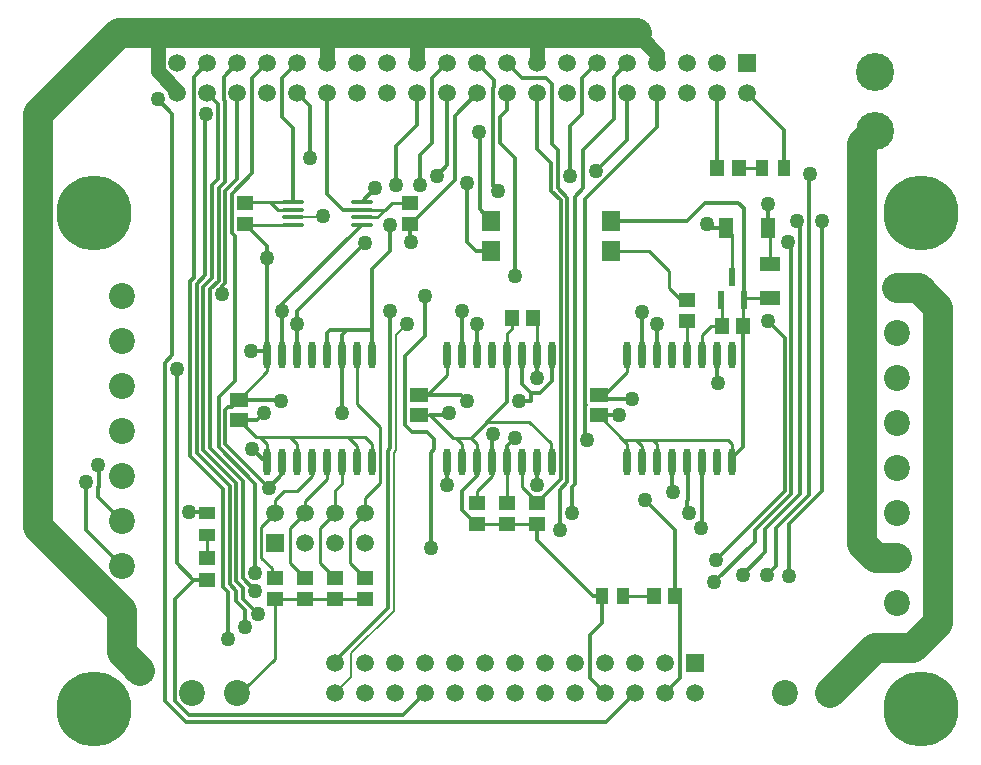
<source format=gtl>
%FSLAX24Y24*%
%MOIN*%
G70*
G01*
G75*
G04 Layer_Physical_Order=1*
G04 Layer_Color=255*
%ADD10R,0.0492X0.0669*%
%ADD11O,0.0787X0.0138*%
%ADD12R,0.0551X0.0472*%
%ADD13R,0.0591X0.0512*%
%ADD14O,0.0236X0.0906*%
%ADD15R,0.0394X0.0551*%
%ADD16R,0.0472X0.0551*%
%ADD17R,0.0551X0.0394*%
%ADD18R,0.0236X0.0591*%
%ADD19R,0.0709X0.0512*%
%ADD20R,0.0598X0.0701*%
%ADD21C,0.0100*%
%ADD22C,0.0120*%
%ADD23C,0.0080*%
%ADD24C,0.1000*%
%ADD25C,0.0500*%
%ADD26C,0.2500*%
%ADD27C,0.0866*%
%ADD28C,0.0591*%
%ADD29R,0.0591X0.0591*%
%ADD30C,0.1270*%
%ADD31C,0.0500*%
D10*
X24232Y18000D02*
D03*
X25630D02*
D03*
D11*
X9789Y18116D02*
D03*
Y18628D02*
D03*
Y18372D02*
D03*
Y18884D02*
D03*
X12073Y18116D02*
D03*
Y18628D02*
D03*
Y18372D02*
D03*
Y18884D02*
D03*
D12*
X13681Y18146D02*
D03*
Y18854D02*
D03*
X8181Y18146D02*
D03*
Y18854D02*
D03*
X12181Y5646D02*
D03*
Y6354D02*
D03*
X11181Y5646D02*
D03*
Y6354D02*
D03*
X10181Y5646D02*
D03*
Y6354D02*
D03*
X9181Y5646D02*
D03*
Y6354D02*
D03*
X15931Y8146D02*
D03*
Y8854D02*
D03*
X16931Y8146D02*
D03*
Y8854D02*
D03*
X17931Y8146D02*
D03*
Y8854D02*
D03*
X6931Y6291D02*
D03*
Y7000D02*
D03*
X22931Y14896D02*
D03*
Y15604D02*
D03*
D13*
X7981Y11615D02*
D03*
Y12285D02*
D03*
X13981Y11765D02*
D03*
Y12435D02*
D03*
X19981Y11765D02*
D03*
Y12435D02*
D03*
D14*
X20931Y10209D02*
D03*
X21431D02*
D03*
X20931Y13791D02*
D03*
X21431D02*
D03*
X22931Y10209D02*
D03*
X23431D02*
D03*
X21931D02*
D03*
X22431D02*
D03*
X23931D02*
D03*
X24431D02*
D03*
X21931Y13791D02*
D03*
X22431D02*
D03*
X24431D02*
D03*
X22931D02*
D03*
X23931D02*
D03*
X23431D02*
D03*
X14931Y10209D02*
D03*
X15431D02*
D03*
X14931Y13791D02*
D03*
X15431D02*
D03*
X16931Y10209D02*
D03*
X17431D02*
D03*
X15931D02*
D03*
X16431D02*
D03*
X17931D02*
D03*
X18431D02*
D03*
X15931Y13791D02*
D03*
X16431D02*
D03*
X18431D02*
D03*
X16931D02*
D03*
X17931D02*
D03*
X17431D02*
D03*
X8931Y10209D02*
D03*
X9431D02*
D03*
X8931Y13791D02*
D03*
X9431D02*
D03*
X10931Y10209D02*
D03*
X11431D02*
D03*
X9931D02*
D03*
X10431D02*
D03*
X11931D02*
D03*
X12431D02*
D03*
X9931Y13791D02*
D03*
X10431D02*
D03*
X12431D02*
D03*
X10931D02*
D03*
X11931D02*
D03*
X11431D02*
D03*
D15*
X20077Y5750D02*
D03*
X20785D02*
D03*
X25431Y20000D02*
D03*
X26140D02*
D03*
D16*
X23931Y20000D02*
D03*
X24640D02*
D03*
X24077Y14750D02*
D03*
X24785D02*
D03*
X17077Y15000D02*
D03*
X17785D02*
D03*
X21827Y5750D02*
D03*
X22535D02*
D03*
D17*
X6931Y7791D02*
D03*
Y8500D02*
D03*
D18*
X24805Y15626D02*
D03*
X24057D02*
D03*
X24431Y16374D02*
D03*
D19*
X25681Y15679D02*
D03*
Y16821D02*
D03*
D20*
X16400Y17250D02*
D03*
Y18250D02*
D03*
X20400D02*
D03*
Y17250D02*
D03*
D21*
X10431Y9750D02*
Y10209D01*
X9931Y9250D02*
X10431Y9750D01*
X9481Y9250D02*
X9931D01*
X9181Y8950D02*
X9481Y9250D01*
X9181Y8500D02*
Y8950D01*
X10931Y9650D02*
Y10209D01*
X10181Y8900D02*
X10931Y9650D01*
X10181Y8500D02*
Y8900D01*
X11431Y9500D02*
Y10209D01*
X11181Y9250D02*
X11431Y9500D01*
X11181Y8500D02*
Y9250D01*
X12181Y8500D02*
Y9000D01*
X11931Y12150D02*
Y13791D01*
X8931Y13235D02*
Y13791D01*
X12181Y11050D02*
X12431Y10800D01*
Y10209D02*
Y10800D01*
X11931Y10209D02*
Y10750D01*
X11631Y11050D02*
X11931Y10750D01*
X11631Y11050D02*
X12181D01*
X8931Y10209D02*
Y10800D01*
X8681Y11050D02*
X8931Y10800D01*
X9931Y10209D02*
Y10800D01*
X9681Y11050D02*
X9931Y10800D01*
X8681Y11050D02*
X9681D01*
X11631D01*
X16431Y9750D02*
Y10209D01*
X15931Y9250D02*
X16431Y9750D01*
X15931Y8854D02*
Y9250D01*
X16931Y8854D02*
X16931Y8854D01*
X24281Y10950D02*
X24431Y10800D01*
X21931Y10209D02*
Y10800D01*
X21781Y10950D02*
X21931Y10800D01*
X21781Y10950D02*
X24281D01*
X21431Y10209D02*
Y10750D01*
X21231Y10950D02*
X21431Y10750D01*
X20796Y10950D02*
X21231D01*
X21781D01*
X20931Y10209D02*
Y10815D01*
X20796Y10950D02*
X20931Y10815D01*
X14931Y13100D02*
Y13791D01*
X14266Y12435D02*
X14931Y13100D01*
X13981Y12435D02*
X14266D01*
X20785Y5750D02*
X21827D01*
X15931Y8146D02*
X16931D01*
X17931D01*
X12181Y5646D02*
X12181Y5646D01*
X9181Y5646D02*
X12181D01*
X6931Y7000D02*
Y7791D01*
X6931Y7791D02*
X6931Y7791D01*
X24077Y14750D02*
Y15606D01*
X24057Y15626D02*
X24077Y15606D01*
X23431Y13791D02*
Y14450D01*
X23731Y14750D01*
X24077D01*
X22931Y13791D02*
Y14896D01*
X22931Y14896D02*
X22931Y14896D01*
X22727Y15604D02*
X22931D01*
X22307Y16024D02*
X22727Y15604D01*
X22307Y16024D02*
Y16593D01*
X25681Y16821D02*
Y17949D01*
X25630Y18000D02*
X25681Y17949D01*
X24805Y15626D02*
X24858Y15679D01*
X24785Y14750D02*
Y15606D01*
X24805Y15626D01*
X25431Y20000D02*
X25431Y20000D01*
X12073Y18628D02*
X12859D01*
X13085Y18854D01*
X13681D01*
X12073Y18372D02*
X12603D01*
X12859Y18628D01*
X9287D02*
X9789D01*
X9031Y18884D02*
X9287Y18628D01*
X9031Y18884D02*
X9789D01*
X8181Y18146D02*
X8211Y18116D01*
X17077Y14646D02*
Y15000D01*
X16931Y14500D02*
X17077Y14646D01*
X16931Y13791D02*
Y14500D01*
X17931Y13791D02*
Y14854D01*
X17785Y15000D02*
X17931Y14854D01*
X8211Y18116D02*
X9789D01*
X8181Y18854D02*
X8211Y18884D01*
X12181Y9000D02*
X12699Y9518D01*
X11931Y12150D02*
X12699Y11382D01*
Y9518D02*
Y11382D01*
X7981Y12285D02*
X8931Y13235D01*
X16931Y8854D02*
Y10209D01*
X24232Y18000D02*
X24431Y17801D01*
Y16374D02*
Y17801D01*
Y10209D02*
Y10350D01*
Y10800D01*
X20931Y13200D02*
Y13791D01*
X20166Y12435D02*
X20931Y13200D01*
X19981Y11765D02*
X20796Y10950D01*
X9081Y6454D02*
X9181Y6354D01*
X7981Y11615D02*
X8546Y11050D01*
X8681D01*
X8736Y8055D02*
X9181Y8500D01*
X9081Y6454D02*
Y6666D01*
X8736Y7011D02*
Y8055D01*
Y7011D02*
X9081Y6666D01*
X9681Y8000D02*
X10181Y8500D01*
X10681Y8000D02*
X11181Y8500D01*
X11681Y8000D02*
X12181Y8500D01*
X11681Y6854D02*
X12181Y6354D01*
X11681Y6854D02*
Y8000D01*
X10681Y6854D02*
Y8000D01*
Y6854D02*
X11181Y6354D01*
X9681Y6854D02*
X10181Y6354D01*
X9681Y6854D02*
Y8000D01*
X17765Y9050D02*
X17931D01*
Y8854D02*
Y9050D01*
X17431Y9384D02*
Y10209D01*
Y9384D02*
X17765Y9050D01*
X24858Y15679D02*
X25681D01*
X8211Y18884D02*
X9031D01*
X19981Y12435D02*
X20081D01*
X20166D01*
X16265Y11550D02*
X17662D01*
X18371Y10841D01*
X15731Y11016D02*
X16265Y11550D01*
X15731Y11000D02*
Y11016D01*
X15231Y11000D02*
X15731D01*
X15231D02*
X15431Y10800D01*
X15731Y11000D02*
X15931Y10800D01*
X15131Y11000D02*
X15231D01*
X18371Y10269D02*
Y10841D01*
Y10269D02*
X18431Y10209D01*
X15931D02*
Y10800D01*
X15431Y10209D02*
Y10800D01*
X13981Y11765D02*
X14366D01*
X15131Y11000D01*
X8231Y2700D02*
X9181Y3650D01*
Y5646D01*
X24640Y20000D02*
X25431D01*
X21650Y17250D02*
X22307Y16593D01*
X20400Y17250D02*
X21650D01*
D22*
X9931Y13791D02*
Y14800D01*
X15931Y13791D02*
Y14800D01*
X15431Y13791D02*
Y15250D01*
X9431Y13791D02*
Y15250D01*
X21431Y13791D02*
Y15200D01*
X9931Y14800D02*
Y15250D01*
X9431D02*
Y15474D01*
X9931Y15250D02*
X12181Y17500D01*
X9431Y15474D02*
X12073Y18116D01*
X22535Y5750D02*
X22681Y5604D01*
X11181Y3500D02*
Y3583D01*
X8181Y4700D02*
Y5289D01*
X8211Y18116D02*
X8931Y17396D01*
X9789Y18884D02*
Y21342D01*
X9431Y21700D02*
X9789Y21342D01*
X9431Y21700D02*
Y23000D01*
X9931Y23500D01*
X11453Y18628D02*
X12073D01*
X10931Y19150D02*
X11453Y18628D01*
X10931Y19150D02*
Y22500D01*
X13681Y18146D02*
X13711D01*
X7476Y23045D02*
X7931Y23500D01*
X14581Y19750D02*
X14931Y20100D01*
Y22500D01*
X8381Y13900D02*
X8822D01*
X8931Y13791D01*
X24785Y10704D02*
Y14750D01*
X24431Y10350D02*
X24785Y10704D01*
X23731Y18000D02*
X24232D01*
X23581Y18150D02*
X23731Y18000D01*
X14031Y19450D02*
Y20450D01*
X14431Y20850D01*
Y23000D01*
X14931Y23500D01*
X24805Y15626D02*
Y18676D01*
X24631Y18850D02*
X24805Y18676D01*
X23531Y18850D02*
X24631D01*
X22931Y18250D02*
X23531Y18850D01*
X22931Y10209D02*
X22941Y10199D01*
X20476Y22694D02*
X20481Y22699D01*
Y23050D01*
X22941Y8930D02*
Y10199D01*
X23431Y8050D02*
Y10209D01*
X23381Y8000D02*
X23431Y8050D01*
X20476Y21645D02*
Y22694D01*
X22931Y8920D02*
X22941Y8930D01*
X22931Y8550D02*
Y8920D01*
Y8550D02*
X22981Y8500D01*
X18671Y7960D02*
X18681Y7950D01*
X16931Y10209D02*
Y10750D01*
X17181Y11000D01*
X19526Y11005D02*
X19581Y10950D01*
X19081Y8500D02*
Y9382D01*
X19171Y9472D01*
X18671Y7960D02*
Y9283D01*
X19526Y11005D02*
Y12088D01*
X19538Y12100D01*
X19538D02*
X19538D01*
X19526Y12112D02*
X19538Y12100D01*
X8531Y5900D02*
Y5920D01*
X8431Y23000D02*
X8931Y23500D01*
X8121Y6330D02*
X8531Y5920D01*
X7631Y4300D02*
Y5887D01*
X7461Y6057D02*
X7631Y5887D01*
X7901Y5569D02*
X8181Y5289D01*
X7901Y5569D02*
Y5928D01*
X7681Y6148D02*
X7901Y5928D01*
X8526Y6505D02*
X8531Y6500D01*
X8121Y5660D02*
X8631Y5150D01*
X8121Y5660D02*
Y6019D01*
X7901Y6239D02*
X8121Y6019D01*
X11181Y3583D02*
X12941Y5343D01*
X14381Y7350D02*
Y10520D01*
X14491Y10630D01*
Y10970D01*
X14251Y11210D02*
X14491Y10970D01*
X12941Y5343D02*
Y10594D01*
X13031Y10684D01*
Y15250D01*
X13759Y11210D02*
X14251D01*
X13526Y11443D02*
X13759Y11210D01*
X13526Y11443D02*
Y12762D01*
X13531Y12767D01*
Y13750D01*
X14181Y14400D01*
Y15750D01*
X14931Y9450D02*
Y10209D01*
X17931Y9450D02*
Y10209D01*
X21531Y8950D02*
X22535Y7946D01*
Y5750D02*
Y7946D01*
X8981Y9350D02*
X9431Y9800D01*
Y10209D01*
X8526Y6505D02*
Y9494D01*
X8121Y6330D02*
Y9588D01*
X7901Y6239D02*
Y9497D01*
X7681Y6148D02*
Y9406D01*
X7461Y6057D02*
Y9314D01*
X6881Y8550D02*
X6931Y8500D01*
X6331Y8550D02*
X6881D01*
X19441Y20610D02*
X20476Y21645D01*
X19171Y9472D02*
Y19060D01*
X19441Y19330D01*
X17931Y8854D02*
X18709Y9632D01*
Y18931D01*
X18671Y9283D02*
X18929Y9541D01*
Y19022D01*
X18621Y19330D02*
X18929Y19022D01*
X19526Y12112D02*
Y18965D01*
X19441Y19330D02*
Y20610D01*
X16481Y22699D02*
Y22950D01*
X15931Y23500D02*
X16481Y22950D01*
X26581Y18250D02*
X26691Y18140D01*
X13231Y19450D02*
Y20750D01*
X13931Y21450D01*
Y22500D01*
X12431Y16650D02*
X13031Y17250D01*
Y18100D01*
X12073Y18892D02*
X12531Y19350D01*
X12073Y18884D02*
Y18892D01*
X13681Y17600D02*
Y18146D01*
Y17600D02*
X13731Y17550D01*
X8931Y13791D02*
Y17000D01*
Y17396D01*
X23831Y6200D02*
X25181Y7550D01*
Y7939D01*
X26401Y9159D01*
X25881Y6750D02*
Y8017D01*
X26331Y6400D02*
Y8156D01*
X25881Y8017D02*
X26991Y9127D01*
X25531Y7978D02*
X26691Y9138D01*
Y18140D01*
X23881Y6950D02*
X26181Y9250D01*
Y14350D01*
X25631Y14900D02*
X26181Y14350D01*
X21931Y13791D02*
Y14800D01*
X16461Y19420D02*
X16631Y19250D01*
X16461Y19420D02*
Y22679D01*
X16481Y22699D01*
X16681Y20850D02*
Y21700D01*
X16931Y21950D01*
Y22500D01*
X17931Y7600D02*
Y8146D01*
X19781Y5750D02*
X20077D01*
X15931Y9750D02*
Y10209D01*
X15431Y9250D02*
X15931Y9750D01*
X15431Y8616D02*
Y9250D01*
Y8616D02*
X15902Y8146D01*
X15931D01*
X8872Y10209D02*
X8931D01*
X8431Y10650D02*
X8872Y10209D01*
X10931Y13791D02*
Y14500D01*
X11031Y14600D01*
X12431Y13791D02*
Y14600D01*
Y16650D01*
X11431Y13791D02*
Y14450D01*
X11581Y14600D01*
X11031D02*
X11581D01*
X12431D01*
X7981Y12285D02*
X9346D01*
X9381Y12250D01*
X20216Y12300D02*
X21081D01*
X20081Y12435D02*
X20216Y12300D01*
X15396Y12435D02*
X15581Y12250D01*
X14266Y12435D02*
X15396D01*
X17431Y12800D02*
Y13791D01*
X17731Y12500D02*
X18031D01*
X18431Y12900D01*
Y13791D01*
X17431Y12800D02*
X17731Y12500D01*
Y12250D02*
Y12500D01*
X17331Y12250D02*
X17731D01*
X26991Y19760D02*
X27031Y19800D01*
X26991Y9127D02*
Y19760D01*
X25630Y18000D02*
Y18799D01*
X25631Y18800D01*
X26401Y9159D02*
Y17430D01*
X26281Y17550D02*
X26401Y17430D01*
X24781Y6450D02*
X25531Y7200D01*
Y7978D01*
X16921Y13781D02*
X16931Y13791D01*
X16921Y12206D02*
Y13781D01*
X16265Y11550D02*
X16921Y12206D01*
X19981Y11765D02*
X20646D01*
X14896D02*
X14981Y11850D01*
X14366Y11765D02*
X14896D01*
X11431Y11850D02*
Y13791D01*
X8596Y11615D02*
X8831Y11850D01*
X7981Y11615D02*
X8596D01*
X6471Y23040D02*
X6931Y23500D01*
X7751Y12285D02*
X7981D01*
X7620Y12031D02*
X7751D01*
Y12285D01*
X7431Y15800D02*
Y16069D01*
X6866Y16436D02*
Y21784D01*
X7086Y19430D02*
X7291Y19636D01*
X7086Y16345D02*
Y19430D01*
X7291Y19636D02*
Y22140D01*
X7306Y19339D02*
X7511Y19545D01*
X7306Y16254D02*
Y19339D01*
X7431Y16069D02*
X7526Y16163D01*
Y19248D01*
X7746Y17843D02*
Y19157D01*
X7841Y12922D02*
Y17748D01*
X7746Y17843D02*
X7841Y17748D01*
X7746Y19157D02*
X8431Y19842D01*
Y23000D01*
X7526Y19248D02*
X7931Y19654D01*
Y22500D01*
X7021Y15970D02*
X7306Y16254D01*
X6801Y16061D02*
X7086Y16345D01*
X6581Y16152D02*
X6866Y16436D01*
X6471Y16353D02*
Y23040D01*
X6866Y21784D02*
X6881Y21800D01*
X19031Y21400D02*
X19431Y21800D01*
X17931Y20650D02*
Y22500D01*
X20481Y23050D02*
X20931Y23500D01*
X7306Y12387D02*
X7841Y12922D01*
X7526Y11938D02*
X7620Y12031D01*
X7526Y10805D02*
X8981Y9350D01*
X7526Y10805D02*
Y11938D01*
X7306Y10714D02*
X8526Y9494D01*
X7306Y10714D02*
Y12387D01*
X6581Y10505D02*
X7681Y9406D01*
X7021Y10688D02*
Y15970D01*
X6801Y10597D02*
Y16061D01*
X6581Y10505D02*
Y16152D01*
X6361Y10414D02*
Y16243D01*
X5921Y13290D02*
X5931Y13300D01*
X18431Y20800D02*
Y22800D01*
X18231Y23000D02*
X18431Y22800D01*
X16931Y23500D02*
X17431Y23000D01*
X18231D01*
X21931Y21370D02*
Y22500D01*
X19881Y19900D02*
X20931Y20950D01*
Y22500D01*
X19526Y18965D02*
X21931Y21370D01*
X23931Y22500D02*
X23931Y22500D01*
X23931Y20000D02*
Y22500D01*
X26140Y20000D02*
Y21291D01*
X24931Y22500D02*
X26140Y21291D01*
X19431Y21800D02*
Y23000D01*
X19931Y23500D01*
X17931Y20650D02*
X18401Y20180D01*
Y19239D02*
Y20180D01*
Y19239D02*
X18709Y18931D01*
X18431Y20800D02*
X18621Y20610D01*
Y19330D02*
Y20610D01*
X19031Y19750D02*
Y21400D01*
X25581Y6450D02*
X25881Y6750D01*
X22431Y9219D02*
X22450Y9200D01*
X22431Y9219D02*
Y10209D01*
X26331Y8156D02*
X27431Y9255D01*
Y18250D01*
X16431Y11131D02*
X16450Y11150D01*
X16431Y10209D02*
Y11131D01*
X17912Y13000D02*
X17931Y12981D01*
X2900Y7931D02*
Y9550D01*
Y7931D02*
X4081Y6750D01*
X17931Y12981D02*
Y13791D01*
X23931Y12869D02*
Y13791D01*
Y12869D02*
X23950Y12850D01*
X3300Y10100D02*
X3310Y10090D01*
Y9380D02*
Y10090D01*
X3300Y9370D02*
X3310Y9380D01*
X3300Y9031D02*
Y9370D01*
Y9031D02*
X4081Y8250D01*
X5921Y6829D02*
Y13290D01*
Y6829D02*
X6459Y6291D01*
X6931D01*
X5838Y5638D02*
X6491Y6291D01*
X6931D01*
X7021Y10688D02*
X8121Y9588D01*
X6801Y10597D02*
X7901Y9497D01*
X6361Y10414D02*
X7461Y9314D01*
X6361Y16243D02*
X6471Y16353D01*
X6931Y22500D02*
X7291Y22140D01*
X7511Y19545D02*
Y22231D01*
X7476Y22266D02*
X7511Y22231D01*
X7476Y22266D02*
Y23045D01*
X5281Y22300D02*
X5766Y21816D01*
X5521Y13521D02*
X5766Y13766D01*
Y21816D01*
X20400Y18250D02*
X22931D01*
X16681Y20850D02*
X17181Y20350D01*
Y16400D02*
Y20350D01*
X15900Y17250D02*
X16400D01*
X15600Y17550D02*
X15900Y17250D01*
X13711Y18146D02*
X15190Y19625D01*
X16010Y18640D02*
X16400Y18250D01*
X16000Y21200D02*
X16010Y21190D01*
Y18640D02*
Y21190D01*
X15190Y19625D02*
Y21759D01*
X15931Y22500D01*
X15600Y17550D02*
Y19500D01*
X10350Y20350D02*
Y22081D01*
X9931Y22500D02*
X10350Y22081D01*
X20231Y1550D02*
X21181Y2500D01*
X17931Y7600D02*
X19781Y5750D01*
X13451Y1770D02*
X14181Y2500D01*
X6220Y1550D02*
X20231D01*
X5521Y2249D02*
Y13521D01*
Y2249D02*
X6220Y1550D01*
X6322Y1770D02*
X13451D01*
X5838Y2254D02*
Y5638D01*
Y2254D02*
X6322Y1770D01*
X20077Y4846D02*
Y5750D01*
X19681Y4450D02*
X20077Y4846D01*
X22681Y3000D02*
Y5604D01*
X22181Y2500D02*
X22681Y3000D01*
X19681D02*
Y4450D01*
Y3000D02*
X20181Y2500D01*
D23*
X10753Y18372D02*
X10781Y18400D01*
X9789Y18372D02*
X10753D01*
X11181Y2500D02*
X11731Y3050D01*
Y3850D01*
X13231Y14450D02*
X13581Y14800D01*
X11731Y3850D02*
X13141Y5260D01*
Y10512D01*
X13231Y10602D01*
Y14450D01*
D24*
X29220Y7000D02*
X29931D01*
X28740Y20809D02*
X29181Y21250D01*
X28740Y7480D02*
X29220Y7000D01*
X28740Y7480D02*
Y20809D01*
X4081Y3869D02*
X4700Y3250D01*
X4081Y3869D02*
Y5250D01*
X1300Y8031D02*
X4081Y5250D01*
X1300Y8031D02*
Y21800D01*
X4000Y24500D01*
X17950D02*
X21250D01*
X13950D02*
X17950D01*
X10900D02*
X13950D01*
X4000D02*
X5300D01*
X10900D01*
X29931Y16000D02*
X30650D01*
X31300Y15350D01*
Y4850D02*
Y15350D01*
X30450Y4000D02*
X31300Y4850D01*
X29181Y4000D02*
X30450D01*
X27681Y2500D02*
X29181Y4000D01*
D25*
X21250Y24500D02*
X21931Y23819D01*
Y23500D02*
Y23819D01*
X17931Y23500D02*
Y24481D01*
X17950Y24500D01*
X13931Y23500D02*
Y24481D01*
X13950Y24500D01*
X10931Y23500D02*
Y24469D01*
X10900Y24500D02*
X10931Y24469D01*
X5931Y22500D02*
Y22587D01*
X5286Y23233D02*
X5931Y22587D01*
X5286Y23233D02*
Y23781D01*
X5300Y23796D01*
Y24500D01*
D26*
X30709Y1969D02*
D03*
X3150D02*
D03*
Y18504D02*
D03*
X30709D02*
D03*
D27*
X4081Y15750D02*
D03*
Y14250D02*
D03*
Y5250D02*
D03*
Y6750D02*
D03*
Y8250D02*
D03*
Y9750D02*
D03*
Y11250D02*
D03*
Y12750D02*
D03*
X7931Y2500D02*
D03*
X6431D02*
D03*
X27681D02*
D03*
X26181D02*
D03*
X29931Y8500D02*
D03*
Y10000D02*
D03*
Y11500D02*
D03*
Y13000D02*
D03*
Y14500D02*
D03*
Y16000D02*
D03*
Y7000D02*
D03*
Y5500D02*
D03*
D28*
X6931Y22500D02*
D03*
X5931D02*
D03*
X8931D02*
D03*
X7931D02*
D03*
X13931D02*
D03*
X12931D02*
D03*
X9931D02*
D03*
X11931D02*
D03*
X10931D02*
D03*
X6931Y23500D02*
D03*
X5931D02*
D03*
X7931D02*
D03*
X9931D02*
D03*
X8931D02*
D03*
X10931D02*
D03*
X12931D02*
D03*
X11931D02*
D03*
X14931D02*
D03*
X13931D02*
D03*
X18931Y22500D02*
D03*
X20931D02*
D03*
X19931D02*
D03*
X14931D02*
D03*
X17931D02*
D03*
X16931D02*
D03*
X21931D02*
D03*
X22931D02*
D03*
X23931D02*
D03*
X24931D02*
D03*
X15931D02*
D03*
X16931Y23500D02*
D03*
X15931D02*
D03*
X17931D02*
D03*
X19931D02*
D03*
X18931D02*
D03*
X23931D02*
D03*
X20931D02*
D03*
X22931D02*
D03*
X21931D02*
D03*
X11181Y2500D02*
D03*
X12181D02*
D03*
X15181D02*
D03*
X13181D02*
D03*
X14181D02*
D03*
X11181Y3500D02*
D03*
X12181D02*
D03*
X13181D02*
D03*
X15181D02*
D03*
X16181Y2500D02*
D03*
Y3500D02*
D03*
X14181D02*
D03*
X20181Y2500D02*
D03*
X21181D02*
D03*
X18181D02*
D03*
X19181D02*
D03*
X23181D02*
D03*
X22181D02*
D03*
X17181Y3500D02*
D03*
Y2500D02*
D03*
X18181Y3500D02*
D03*
X19181D02*
D03*
X20181D02*
D03*
X22181D02*
D03*
X21181D02*
D03*
X9181Y8500D02*
D03*
X10181D02*
D03*
X11181Y7500D02*
D03*
X10181D02*
D03*
X12181D02*
D03*
Y8500D02*
D03*
X11181D02*
D03*
D29*
X24931Y23500D02*
D03*
X23181Y3500D02*
D03*
X9181Y7500D02*
D03*
D30*
X29181Y21250D02*
D03*
Y23218D02*
D03*
D31*
X9931Y14800D02*
D03*
X15931D02*
D03*
X15431Y15250D02*
D03*
X9431D02*
D03*
X21431Y15200D02*
D03*
X12181Y17500D02*
D03*
X10781Y18400D02*
D03*
X13031Y15250D02*
D03*
X13581Y14800D02*
D03*
X7631Y4300D02*
D03*
X8181Y4700D02*
D03*
X8631Y5150D02*
D03*
X8531Y5900D02*
D03*
X14581Y19750D02*
D03*
X8381Y13900D02*
D03*
X23581Y18150D02*
D03*
X14031Y19450D02*
D03*
X19081Y8500D02*
D03*
X23381Y8000D02*
D03*
X22981Y8500D02*
D03*
X18681Y7950D02*
D03*
X17181Y11000D02*
D03*
X19581Y10950D02*
D03*
X8531Y6500D02*
D03*
X14381Y7350D02*
D03*
X14181Y15750D02*
D03*
X7431Y15800D02*
D03*
X5281Y22300D02*
D03*
X14931Y9450D02*
D03*
X17931D02*
D03*
X21531Y8950D02*
D03*
X8981Y9350D02*
D03*
X6331Y8550D02*
D03*
X26331Y6400D02*
D03*
X19881Y19900D02*
D03*
X24781Y6450D02*
D03*
X26581Y18250D02*
D03*
X16631Y19250D02*
D03*
X23831Y6200D02*
D03*
X26281Y17550D02*
D03*
X13231Y19450D02*
D03*
X13031Y18100D02*
D03*
X12531Y19350D02*
D03*
X13731Y17550D02*
D03*
X8931Y17000D02*
D03*
X23881Y6950D02*
D03*
X25631Y14900D02*
D03*
X21931Y14800D02*
D03*
X17181Y16400D02*
D03*
X8431Y10650D02*
D03*
X9381Y12250D02*
D03*
X21081Y12300D02*
D03*
X15581Y12250D02*
D03*
X17331D02*
D03*
X27431Y18250D02*
D03*
X27031Y19800D02*
D03*
X25631Y18800D02*
D03*
X20646Y11765D02*
D03*
X14981Y11850D02*
D03*
X11431D02*
D03*
X8831D02*
D03*
X6881Y21800D02*
D03*
X5931Y13300D02*
D03*
X19031Y19750D02*
D03*
X25581Y6450D02*
D03*
X22450Y9200D02*
D03*
X16450Y11150D02*
D03*
X17912Y13000D02*
D03*
X2900Y9550D02*
D03*
X23950Y12850D02*
D03*
X3300Y10100D02*
D03*
X4700Y3250D02*
D03*
X16000Y21200D02*
D03*
X15600Y19500D02*
D03*
X10350Y20350D02*
D03*
M02*

</source>
